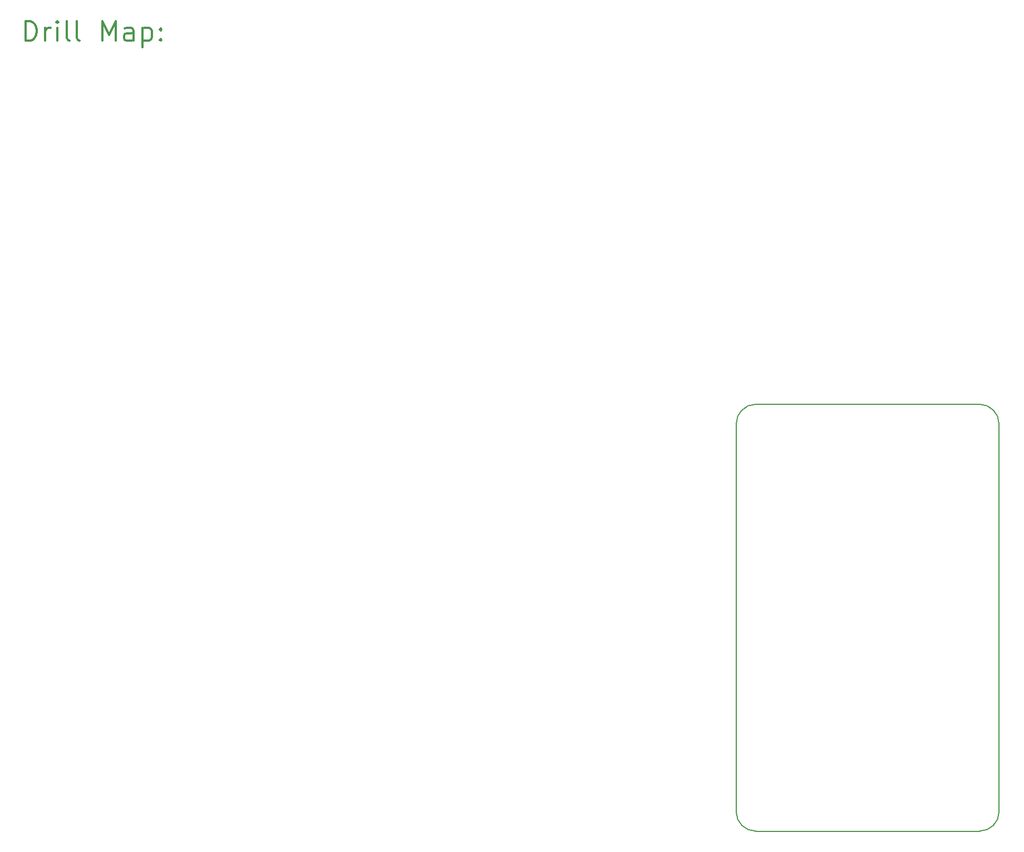
<source format=gbr>
%FSLAX45Y45*%
G04 Gerber Fmt 4.5, Leading zero omitted, Abs format (unit mm)*
G04 Created by KiCad (PCBNEW (5.1.10)-1) date 2022-01-19 13:12:00*
%MOMM*%
%LPD*%
G01*
G04 APERTURE LIST*
%TA.AperFunction,Profile*%
%ADD10C,0.150000*%
%TD*%
%ADD11C,0.200000*%
%ADD12C,0.300000*%
G04 APERTURE END LIST*
D10*
X-250000Y-6000000D02*
X1700000Y-6000000D01*
X-1200000Y-6000000D02*
X-250000Y-6000000D01*
X-1700000Y-6000000D02*
G75*
G02*
X-2000000Y-5700000I0J300000D01*
G01*
X2000000Y-5700000D02*
G75*
G02*
X1700000Y-6000000I-300000J0D01*
G01*
X1700000Y500000D02*
G75*
G02*
X2000000Y200000I0J-300000D01*
G01*
X-2000000Y200000D02*
G75*
G02*
X-1700000Y500000I300000J0D01*
G01*
X-2000000Y-5700000D02*
X-2000000Y200000D01*
X-1200000Y-6000000D02*
X-1700000Y-6000000D01*
X2000000Y200000D02*
X2000000Y-5700000D01*
X-1700000Y500000D02*
X1700000Y500000D01*
D11*
D12*
X-12813571Y6034286D02*
X-12813571Y6334286D01*
X-12742143Y6334286D01*
X-12699286Y6320000D01*
X-12670714Y6291429D01*
X-12656429Y6262857D01*
X-12642143Y6205714D01*
X-12642143Y6162857D01*
X-12656429Y6105714D01*
X-12670714Y6077143D01*
X-12699286Y6048571D01*
X-12742143Y6034286D01*
X-12813571Y6034286D01*
X-12513571Y6034286D02*
X-12513571Y6234286D01*
X-12513571Y6177143D02*
X-12499286Y6205714D01*
X-12485000Y6220000D01*
X-12456429Y6234286D01*
X-12427857Y6234286D01*
X-12327857Y6034286D02*
X-12327857Y6234286D01*
X-12327857Y6334286D02*
X-12342143Y6320000D01*
X-12327857Y6305714D01*
X-12313571Y6320000D01*
X-12327857Y6334286D01*
X-12327857Y6305714D01*
X-12142143Y6034286D02*
X-12170714Y6048571D01*
X-12185000Y6077143D01*
X-12185000Y6334286D01*
X-11985000Y6034286D02*
X-12013571Y6048571D01*
X-12027857Y6077143D01*
X-12027857Y6334286D01*
X-11642143Y6034286D02*
X-11642143Y6334286D01*
X-11542143Y6120000D01*
X-11442143Y6334286D01*
X-11442143Y6034286D01*
X-11170714Y6034286D02*
X-11170714Y6191429D01*
X-11185000Y6220000D01*
X-11213571Y6234286D01*
X-11270714Y6234286D01*
X-11299286Y6220000D01*
X-11170714Y6048571D02*
X-11199286Y6034286D01*
X-11270714Y6034286D01*
X-11299286Y6048571D01*
X-11313571Y6077143D01*
X-11313571Y6105714D01*
X-11299286Y6134286D01*
X-11270714Y6148571D01*
X-11199286Y6148571D01*
X-11170714Y6162857D01*
X-11027857Y6234286D02*
X-11027857Y5934286D01*
X-11027857Y6220000D02*
X-10999286Y6234286D01*
X-10942143Y6234286D01*
X-10913572Y6220000D01*
X-10899286Y6205714D01*
X-10885000Y6177143D01*
X-10885000Y6091429D01*
X-10899286Y6062857D01*
X-10913572Y6048571D01*
X-10942143Y6034286D01*
X-10999286Y6034286D01*
X-11027857Y6048571D01*
X-10756429Y6062857D02*
X-10742143Y6048571D01*
X-10756429Y6034286D01*
X-10770714Y6048571D01*
X-10756429Y6062857D01*
X-10756429Y6034286D01*
X-10756429Y6220000D02*
X-10742143Y6205714D01*
X-10756429Y6191429D01*
X-10770714Y6205714D01*
X-10756429Y6220000D01*
X-10756429Y6191429D01*
M02*

</source>
